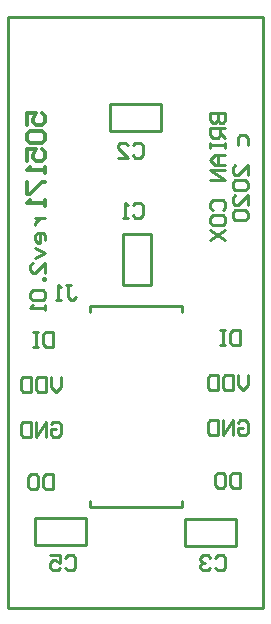
<source format=gbo>
%FSLAX25Y25*%
%MOIN*%
G70*
G01*
G75*
G04 Layer_Color=33789*
%ADD10R,0.08000X0.05000*%
%ADD11R,0.05906X0.05906*%
%ADD12R,0.05906X0.05906*%
%ADD13C,0.02500*%
%ADD14C,0.16500*%
%ADD15C,0.04000*%
%ADD16R,0.05000X0.08000*%
%ADD17R,0.17716X0.12205*%
%ADD18C,0.01000*%
%ADD19C,0.01200*%
D18*
X500000Y400000D02*
Y597000D01*
X585000D01*
Y400000D02*
Y597000D01*
X500000Y400000D02*
X585000D01*
X538484Y524516D02*
X547516D01*
X538484Y507484D02*
Y524516D01*
Y507484D02*
X547516D01*
Y524516D01*
X533984Y558984D02*
Y568016D01*
Y558984D02*
X551016D01*
Y568016D01*
X533984D02*
X551016D01*
X576016Y420484D02*
Y429516D01*
X558984D02*
X576016D01*
X558984Y420484D02*
Y429516D01*
Y420484D02*
X576016D01*
X508984Y420984D02*
Y430016D01*
Y420984D02*
X526016D01*
Y430016D01*
X508984D02*
X526016D01*
X557953Y433658D02*
Y435626D01*
X527441Y433658D02*
X557953D01*
X527441D02*
Y435626D01*
X557953Y498618D02*
Y500587D01*
X527441D02*
X557953D01*
X527441Y498618D02*
Y500587D01*
X519259Y507698D02*
X520925D01*
X520092D01*
Y503533D01*
X520925Y502700D01*
X521758D01*
X522591Y503533D01*
X517593Y502700D02*
X515927D01*
X516760D01*
Y507698D01*
X517593Y506865D01*
X519168Y416665D02*
X520001Y417498D01*
X521667D01*
X522500Y416665D01*
Y413333D01*
X521667Y412500D01*
X520001D01*
X519168Y413333D01*
X514169Y417498D02*
X517502D01*
Y414999D01*
X515836Y415832D01*
X515002D01*
X514169Y414999D01*
Y413333D01*
X515002Y412500D01*
X516669D01*
X517502Y413333D01*
X569168Y416665D02*
X570001Y417498D01*
X571667D01*
X572500Y416665D01*
Y413333D01*
X571667Y412500D01*
X570001D01*
X569168Y413333D01*
X567502Y416665D02*
X566669Y417498D01*
X565002D01*
X564169Y416665D01*
Y415832D01*
X565002Y414999D01*
X565836D01*
X565002D01*
X564169Y414166D01*
Y413333D01*
X565002Y412500D01*
X566669D01*
X567502Y413333D01*
X541668Y554165D02*
X542501Y554998D01*
X544167D01*
X545000Y554165D01*
Y550833D01*
X544167Y550000D01*
X542501D01*
X541668Y550833D01*
X536669Y550000D02*
X540002D01*
X536669Y553332D01*
Y554165D01*
X537502Y554998D01*
X539169D01*
X540002Y554165D01*
X541668Y534165D02*
X542501Y534998D01*
X544167D01*
X545000Y534165D01*
Y530833D01*
X544167Y530000D01*
X542501D01*
X541668Y530833D01*
X540002Y530000D02*
X538336D01*
X539169D01*
Y534998D01*
X540002Y534165D01*
X515091Y491954D02*
Y486956D01*
X512592D01*
X511759Y487789D01*
Y491121D01*
X512592Y491954D01*
X515091D01*
X510093D02*
X508427D01*
X509260D01*
Y486956D01*
X510093D01*
X508427D01*
X517591Y476954D02*
Y473622D01*
X515925Y471956D01*
X514259Y473622D01*
Y476954D01*
X512593D02*
Y471956D01*
X510094D01*
X509261Y472789D01*
Y476121D01*
X510094Y476954D01*
X512593D01*
X507594D02*
Y471956D01*
X505095D01*
X504262Y472789D01*
Y476121D01*
X505095Y476954D01*
X507594D01*
X514259Y461121D02*
X515092Y461954D01*
X516758D01*
X517591Y461121D01*
Y457789D01*
X516758Y456956D01*
X515092D01*
X514259Y457789D01*
Y459455D01*
X515925D01*
X512593Y456956D02*
Y461954D01*
X509261Y456956D01*
Y461954D01*
X507594D02*
Y456956D01*
X505095D01*
X504262Y457789D01*
Y461121D01*
X505095Y461954D01*
X507594D01*
X515091Y444454D02*
Y439456D01*
X512592D01*
X511759Y440289D01*
Y443621D01*
X512592Y444454D01*
X515091D01*
X507594D02*
X509260D01*
X510093Y443621D01*
Y440289D01*
X509260Y439456D01*
X507594D01*
X506761Y440289D01*
Y443621D01*
X507594Y444454D01*
X577500Y444998D02*
Y440000D01*
X575001D01*
X574168Y440833D01*
Y444165D01*
X575001Y444998D01*
X577500D01*
X570002D02*
X571669D01*
X572502Y444165D01*
Y440833D01*
X571669Y440000D01*
X570002D01*
X569169Y440833D01*
Y444165D01*
X570002Y444998D01*
X576668Y461665D02*
X577501Y462498D01*
X579167D01*
X580000Y461665D01*
Y458333D01*
X579167Y457500D01*
X577501D01*
X576668Y458333D01*
Y459999D01*
X578334D01*
X575002Y457500D02*
Y462498D01*
X571669Y457500D01*
Y462498D01*
X570003D02*
Y457500D01*
X567504D01*
X566671Y458333D01*
Y461665D01*
X567504Y462498D01*
X570003D01*
X580000Y477498D02*
Y474166D01*
X578334Y472500D01*
X576668Y474166D01*
Y477498D01*
X575002D02*
Y472500D01*
X572502D01*
X571669Y473333D01*
Y476665D01*
X572502Y477498D01*
X575002D01*
X570003D02*
Y472500D01*
X567504D01*
X566671Y473333D01*
Y476665D01*
X567504Y477498D01*
X570003D01*
X577500Y492498D02*
Y487500D01*
X575001D01*
X574168Y488333D01*
Y491665D01*
X575001Y492498D01*
X577500D01*
X572502D02*
X570835D01*
X571669D01*
Y487500D01*
X572502D01*
X570835D01*
X509168Y530000D02*
X512500D01*
X510834D01*
X510001Y529167D01*
X509168Y528334D01*
Y527501D01*
X512500Y522502D02*
Y524169D01*
X511667Y525002D01*
X510001D01*
X509168Y524169D01*
Y522502D01*
X510001Y521669D01*
X510834D01*
Y525002D01*
X509168Y520003D02*
X512500Y518337D01*
X509168Y516671D01*
X512500Y511673D02*
Y515005D01*
X509168Y511673D01*
X508335D01*
X507502Y512506D01*
Y514172D01*
X508335Y515005D01*
X512500Y510007D02*
X511667D01*
Y509173D01*
X512500D01*
Y510007D01*
X508335Y505841D02*
X507502Y505008D01*
Y503342D01*
X508335Y502509D01*
X511667D01*
X512500Y503342D01*
Y505008D01*
X511667Y505841D01*
X508335D01*
X512500Y500843D02*
Y499177D01*
Y500010D01*
X507502D01*
X508335Y500843D01*
X567502Y565000D02*
X572500D01*
Y562501D01*
X571667Y561668D01*
X570834D01*
X570001Y562501D01*
Y565000D01*
Y562501D01*
X569168Y561668D01*
X568335D01*
X567502Y562501D01*
Y565000D01*
X572500Y560002D02*
X567502D01*
Y557502D01*
X568335Y556669D01*
X570001D01*
X570834Y557502D01*
Y560002D01*
Y558335D02*
X572500Y556669D01*
X567502Y555003D02*
Y553337D01*
Y554170D01*
X572500D01*
Y555003D01*
Y553337D01*
Y550838D02*
X569168D01*
X567502Y549172D01*
X569168Y547506D01*
X572500D01*
X570001D01*
Y550838D01*
X572500Y545840D02*
X567502D01*
X572500Y542507D01*
X567502D01*
X568335Y532511D02*
X567502Y533344D01*
Y535010D01*
X568335Y535843D01*
X571667D01*
X572500Y535010D01*
Y533344D01*
X571667Y532511D01*
X567502Y528345D02*
Y530011D01*
X568335Y530844D01*
X571667D01*
X572500Y530011D01*
Y528345D01*
X571667Y527512D01*
X568335D01*
X567502Y528345D01*
Y525846D02*
X572500Y522514D01*
X567502D02*
X572500Y525846D01*
X576668Y554168D02*
Y556667D01*
X577501Y557500D01*
X579167D01*
X580000Y556667D01*
Y554168D01*
Y544171D02*
Y547503D01*
X576668Y544171D01*
X575835D01*
X575002Y545004D01*
Y546670D01*
X575835Y547503D01*
Y542505D02*
X575002Y541672D01*
Y540006D01*
X575835Y539173D01*
X579167D01*
X580000Y540006D01*
Y541672D01*
X579167Y542505D01*
X575835D01*
X580000Y534174D02*
Y537506D01*
X576668Y534174D01*
X575835D01*
X575002Y535007D01*
Y536673D01*
X575835Y537506D01*
Y532508D02*
X575002Y531675D01*
Y530009D01*
X575835Y529176D01*
X579167D01*
X580000Y530009D01*
Y531675D01*
X579167Y532508D01*
X575835D01*
D19*
X506502Y561001D02*
Y565000D01*
X509501D01*
X508501Y563001D01*
Y562001D01*
X509501Y561001D01*
X511500D01*
X512500Y562001D01*
Y564000D01*
X511500Y565000D01*
X507502Y559002D02*
X506502Y558002D01*
Y556003D01*
X507502Y555003D01*
X511500D01*
X512500Y556003D01*
Y558002D01*
X511500Y559002D01*
X507502D01*
X506502Y549005D02*
Y553004D01*
X509501D01*
X508501Y551005D01*
Y550005D01*
X509501Y549005D01*
X511500D01*
X512500Y550005D01*
Y552004D01*
X511500Y553004D01*
X512500Y547006D02*
Y545007D01*
Y546006D01*
X506502D01*
X507502Y547006D01*
X506502Y542007D02*
Y538009D01*
X507502D01*
X511500Y542007D01*
X512500D01*
Y536009D02*
Y534010D01*
Y535010D01*
X506502D01*
X507502Y536009D01*
M02*

</source>
